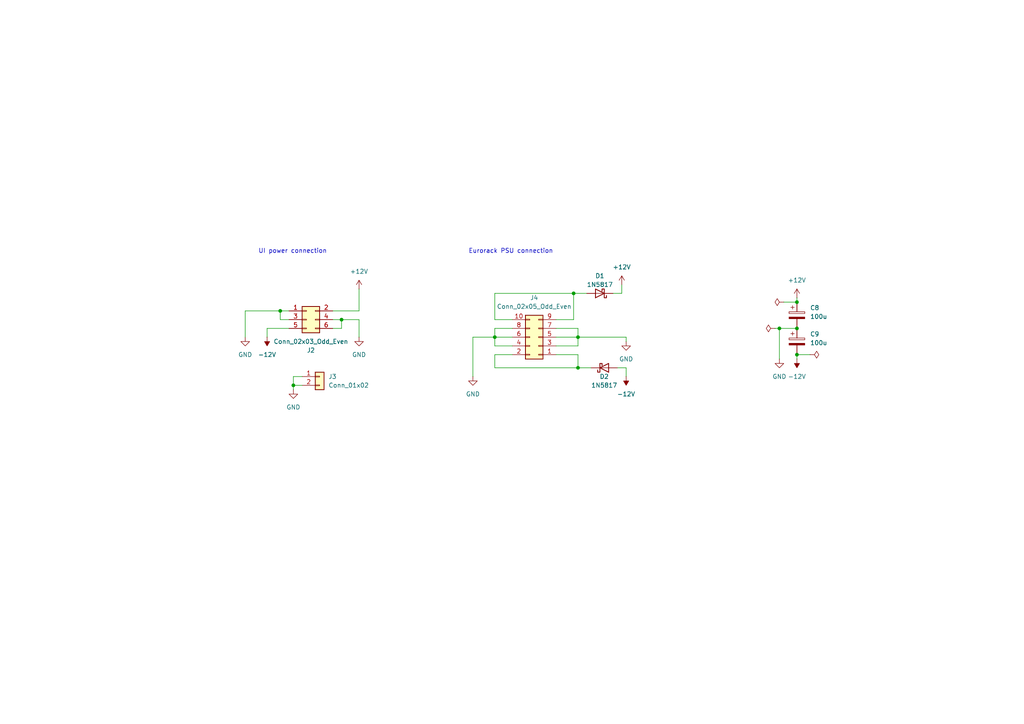
<source format=kicad_sch>
(kicad_sch (version 20250114) (generator "eeschema") (generator_version "9.0")
  (paper "A4")
  (lib_symbols
    (symbol "Connector_Generic:Conn_01x02" (pin_names (offset 1.016) (hide yes))
      (property "Reference" "J" (at 0 2.54 0))
      (property "Value" "Conn_01x02" (at 0 -5.08 0))
      (symbol "Conn_01x02_1_1"
        (rectangle (start -1.27 1.27) (end 1.27 -3.81) (stroke (width 0.254)) (fill (type background)))
        (rectangle (start -1.27 0.127) (end 0 -0.127) (stroke (width 0.1524)))
        (rectangle (start -1.27 -2.413) (end 0 -2.667) (stroke (width 0.1524)))
        (pin passive line (at -5.08 0 0) (length 3.81) (name "Pin_1") (number "1"))
        (pin passive line (at -5.08 -2.54 0) (length 3.81) (name "Pin_2") (number "2"))
      )
    )
    (symbol "Connector_Generic:Conn_02x03_Odd_Even" (pin_names (offset 1.016) (hide yes))
      (property "Reference" "J" (at 1.27 5.08 0))
      (property "Value" "Conn_02x03_Odd_Even" (at 1.27 -5.08 0))
      (symbol "Conn_02x03_Odd_Even_1_1"
        (rectangle (start -1.27 3.81) (end 3.81 -3.81) (stroke (width 0.254)) (fill (type background)))
        (rectangle (start -1.27 2.667) (end 0 2.413) (stroke (width 0.1524)))
        (rectangle (start -1.27 0.127) (end 0 -0.127) (stroke (width 0.1524)))
        (rectangle (start -1.27 -2.413) (end 0 -2.667) (stroke (width 0.1524)))
        (rectangle (start 3.81 2.667) (end 2.54 2.413) (stroke (width 0.1524)))
        (rectangle (start 3.81 0.127) (end 2.54 -0.127) (stroke (width 0.1524)))
        (rectangle (start 3.81 -2.413) (end 2.54 -2.667) (stroke (width 0.1524)))
        (pin passive line (at -5.08 2.54 0) (length 3.81) (name "Pin_1") (number "1"))
        (pin passive line (at -5.08 0 0) (length 3.81) (name "Pin_3") (number "3"))
        (pin passive line (at -5.08 -2.54 0) (length 3.81) (name "Pin_5") (number "5"))
        (pin passive line (at 7.62 2.54 180) (length 3.81) (name "Pin_2") (number "2"))
        (pin passive line (at 7.62 0 180) (length 3.81) (name "Pin_4") (number "4"))
        (pin passive line (at 7.62 -2.54 180) (length 3.81) (name "Pin_6") (number "6"))
      )
    )
    (symbol "Connector_Generic:Conn_02x05_Odd_Even" (pin_names (offset 1.016) (hide yes))
      (property "Reference" "J" (at 1.27 7.62 0))
      (property "Value" "Conn_02x05_Odd_Even" (at 1.27 -7.62 0))
      (symbol "Conn_02x05_Odd_Even_1_1"
        (rectangle (start -1.27 6.35) (end 3.81 -6.35) (stroke (width 0.254)) (fill (type background)))
        (rectangle (start -1.27 5.207) (end 0 4.953) (stroke (width 0.1524)))
        (rectangle (start -1.27 2.667) (end 0 2.413) (stroke (width 0.1524)))
        (rectangle (start -1.27 0.127) (end 0 -0.127) (stroke (width 0.1524)))
        (rectangle (start -1.27 -2.413) (end 0 -2.667) (stroke (width 0.1524)))
        (rectangle (start -1.27 -4.953) (end 0 -5.207) (stroke (width 0.1524)))
        (rectangle (start 3.81 5.207) (end 2.54 4.953) (stroke (width 0.1524)))
        (rectangle (start 3.81 2.667) (end 2.54 2.413) (stroke (width 0.1524)))
        (rectangle (start 3.81 0.127) (end 2.54 -0.127) (stroke (width 0.1524)))
        (rectangle (start 3.81 -2.413) (end 2.54 -2.667) (stroke (width 0.1524)))
        (rectangle (start 3.81 -4.953) (end 2.54 -5.207) (stroke (width 0.1524)))
        (pin passive line (at -5.08 5.08 0) (length 3.81) (name "Pin_1") (number "1"))
        (pin passive line (at -5.08 2.54 0) (length 3.81) (name "Pin_3") (number "3"))
        (pin passive line (at -5.08 0 0) (length 3.81) (name "Pin_5") (number "5"))
        (pin passive line (at -5.08 -2.54 0) (length 3.81) (name "Pin_7") (number "7"))
        (pin passive line (at -5.08 -5.08 0) (length 3.81) (name "Pin_9") (number "9"))
        (pin passive line (at 7.62 5.08 180) (length 3.81) (name "Pin_2") (number "2"))
        (pin passive line (at 7.62 2.54 180) (length 3.81) (name "Pin_4") (number "4"))
        (pin passive line (at 7.62 0 180) (length 3.81) (name "Pin_6") (number "6"))
        (pin passive line (at 7.62 -2.54 180) (length 3.81) (name "Pin_8") (number "8"))
        (pin passive line (at 7.62 -5.08 180) (length 3.81) (name "Pin_10") (number "10"))
      )
    )
    (symbol "Device:C_Polarized" (pin_numbers (hide yes)) (pin_names (offset 0.254))
      (property "Reference" "C" (at 0.635 2.54 0))
      (property "Value" "C_Polarized" (at 0.635 -2.54 0))
      (symbol "C_Polarized_0_1"
        (rectangle (start -2.286 0.508) (end 2.286 1.016))
        (polyline (pts (xy -1.778 2.286) (xy -0.762 2.286)))
        (polyline (pts (xy -1.27 2.794) (xy -1.27 1.778)))
        (rectangle (start 2.286 -0.508) (end -2.286 -1.016) (fill (type outline)))
      )
      (symbol "C_Polarized_1_1"
        (pin passive line (at 0 3.81 270) (length 2.794) (name "~") (number "1"))
        (pin passive line (at 0 -3.81 90) (length 2.794) (name "~") (number "2"))
      )
    )
    (symbol "Device:D_Schottky" (pin_numbers (hide yes)) (pin_names (offset 1.016) (hide yes))
      (property "Reference" "D" (at 0 2.54 0))
      (property "Value" "D_Schottky" (at 0 -2.54 0))
      (symbol "D_Schottky_0_1"
        (polyline (pts (xy -1.905 0.635) (xy -1.905 1.27) (xy -1.27 1.27) (xy -1.27 -1.27) (xy -0.635 -1.27) (xy -0.635 -0.635)) (stroke (width 0.254)))
        (polyline (pts (xy 1.27 1.27) (xy 1.27 -1.27) (xy -1.27 0) (xy 1.27 1.27)) (stroke (width 0.254)))
        (polyline (pts (xy 1.27 0) (xy -1.27 0)))
      )
      (symbol "D_Schottky_1_1"
        (pin passive line (at -3.81 0 0) (length 2.54) (name "K") (number "1"))
        (pin passive line (at 3.81 0 180) (length 2.54) (name "A") (number "2"))
      )
    )
    (symbol "power:+12V" (power) (pin_numbers (hide yes)) (pin_names (offset 0) (hide yes))
      (property "Value" "+12V" (at 0 3.556 0))
      (symbol "+12V_0_1"
        (polyline (pts (xy -0.762 1.27) (xy 0 2.54)))
        (polyline (pts (xy 0 2.54) (xy 0.762 1.27)))
        (polyline (pts (xy 0 0) (xy 0 2.54)))
      )
      (symbol "+12V_1_1"
        (pin power_in line (at 0 0 90) (length 0) (name "~") (number "1"))
      )
    )
    (symbol "power:-12V" (power) (pin_numbers (hide yes)) (pin_names (offset 0) (hide yes))
      (property "Value" "-12V" (at 0 3.556 0))
      (symbol "-12V_0_0"
        (pin power_in line (at 0 0 90) (length 0) (name "~") (number "1"))
      )
      (symbol "-12V_0_1"
        (polyline (pts (xy 0 0) (xy 0 1.27) (xy 0.762 1.27) (xy 0 2.54) (xy -0.762 1.27) (xy 0 1.27)) (fill (type outline)))
      )
    )
    (symbol "power:GND" (power) (pin_numbers (hide yes)) (pin_names (offset 0) (hide yes))
      (property "Value" "GND" (at 0 -3.81 0))
      (symbol "GND_0_1"
        (polyline (pts (xy 0 0) (xy 0 -1.27) (xy 1.27 -1.27) (xy 0 -2.54) (xy -1.27 -1.27) (xy 0 -1.27)))
      )
      (symbol "GND_1_1"
        (pin power_in line (at 0 0 270) (length 0) (name "~") (number "1"))
      )
    )
    (symbol "power:PWR_FLAG" (power) (pin_numbers (hide yes)) (pin_names (offset 0) (hide yes))
      (property "Value" "PWR_FLAG" (at 0 3.81 0))
      (symbol "PWR_FLAG_0_0"
        (pin power_out line (at 0 0 90) (length 0) (name "~") (number "1"))
      )
      (symbol "PWR_FLAG_0_1"
        (polyline (pts (xy 0 0) (xy 0 1.27) (xy -1.016 1.905) (xy 0 2.54) (xy 1.016 1.905) (xy 0 1.27)))
      )
    )
  )
  (text "UI power connection" (at 74.93 73.66 0) (effects (font (size 1.27 1.27)) (justify left bottom)))
  (text "Eurorack PSU connection" (at 135.89 73.66 0) (effects (font (size 1.27 1.27)) (justify left bottom)))
  (junction (at 231.14 87.63))
  (junction (at 231.14 102.87))
  (junction (at 81.28 90.17))
  (junction (at 167.64 106.68))
  (junction (at 226.06 95.25))
  (junction (at 85.09 111.76))
  (junction (at 166.37 85.09))
  (junction (at 143.51 97.79))
  (junction (at 167.64 97.79))
  (junction (at 231.14 95.25))
  (junction (at 99.06 92.71))
  (wire (pts (xy 85.09 111.76) (xy 85.09 113.03)))
  (wire (pts (xy 166.37 92.71) (xy 166.37 85.09)))
  (wire (pts (xy 167.64 100.33) (xy 167.64 97.79)))
  (wire (pts (xy 87.63 109.22) (xy 85.09 109.22)))
  (wire (pts (xy 143.51 92.71) (xy 148.59 92.71)))
  (wire (pts (xy 167.64 97.79) (xy 181.61 97.79)))
  (wire (pts (xy 231.14 86.36) (xy 231.14 87.63)))
  (wire (pts (xy 137.16 109.22) (xy 137.16 97.79)))
  (wire (pts (xy 161.29 92.71) (xy 166.37 92.71)))
  (wire (pts (xy 167.64 102.87) (xy 167.64 106.68)))
  (wire (pts (xy 177.8 85.09) (xy 180.34 85.09)))
  (wire (pts (xy 167.64 97.79) (xy 167.64 95.25)))
  (wire (pts (xy 104.14 92.71) (xy 99.06 92.71)))
  (wire (pts (xy 81.28 92.71) (xy 81.28 90.17)))
  (wire (pts (xy 96.52 95.25) (xy 99.06 95.25)))
  (wire (pts (xy 167.64 95.25) (xy 161.29 95.25)))
  (wire (pts (xy 85.09 111.76) (xy 87.63 111.76)))
  (wire (pts (xy 143.51 102.87) (xy 143.51 106.68)))
  (wire (pts (xy 143.51 100.33) (xy 148.59 100.33)))
  (wire (pts (xy 143.51 106.68) (xy 167.64 106.68)))
  (wire (pts (xy 234.95 102.87) (xy 231.14 102.87)))
  (wire (pts (xy 83.82 95.25) (xy 77.47 95.25)))
  (wire (pts (xy 71.12 90.17) (xy 81.28 90.17)))
  (wire (pts (xy 143.51 85.09) (xy 166.37 85.09)))
  (wire (pts (xy 71.12 97.79) (xy 71.12 90.17)))
  (wire (pts (xy 226.06 95.25) (xy 231.14 95.25)))
  (wire (pts (xy 227.33 87.63) (xy 231.14 87.63)))
  (wire (pts (xy 99.06 92.71) (xy 96.52 92.71)))
  (wire (pts (xy 137.16 97.79) (xy 143.51 97.79)))
  (wire (pts (xy 143.51 102.87) (xy 148.59 102.87)))
  (wire (pts (xy 143.51 95.25) (xy 148.59 95.25)))
  (wire (pts (xy 104.14 83.82) (xy 104.14 90.17)))
  (wire (pts (xy 83.82 92.71) (xy 81.28 92.71)))
  (wire (pts (xy 143.51 97.79) (xy 143.51 100.33)))
  (wire (pts (xy 170.18 85.09) (xy 166.37 85.09)))
  (wire (pts (xy 226.06 104.14) (xy 226.06 95.25)))
  (wire (pts (xy 104.14 90.17) (xy 96.52 90.17)))
  (wire (pts (xy 143.51 85.09) (xy 143.51 92.71)))
  (wire (pts (xy 99.06 95.25) (xy 99.06 92.71)))
  (wire (pts (xy 167.64 106.68) (xy 171.45 106.68)))
  (wire (pts (xy 104.14 97.79) (xy 104.14 92.71)))
  (wire (pts (xy 181.61 99.06) (xy 181.61 97.79)))
  (wire (pts (xy 161.29 102.87) (xy 167.64 102.87)))
  (wire (pts (xy 81.28 90.17) (xy 83.82 90.17)))
  (wire (pts (xy 143.51 97.79) (xy 143.51 95.25)))
  (wire (pts (xy 181.61 106.68) (xy 181.61 109.22)))
  (wire (pts (xy 77.47 97.79) (xy 77.47 95.25)))
  (wire (pts (xy 179.07 106.68) (xy 181.61 106.68)))
  (wire (pts (xy 224.79 95.25) (xy 226.06 95.25)))
  (wire (pts (xy 231.14 102.87) (xy 231.14 104.14)))
  (wire (pts (xy 180.34 82.55) (xy 180.34 85.09)))
  (wire (pts (xy 161.29 97.79) (xy 167.64 97.79)))
  (wire (pts (xy 161.29 100.33) (xy 167.64 100.33)))
  (wire (pts (xy 85.09 109.22) (xy 85.09 111.76)))
  (wire (pts (xy 143.51 97.79) (xy 148.59 97.79)))
  (symbol (lib_id "power:+12V") (at 104.14 83.82 0) (mirror y) (unit 1)
    (property "Reference" "#PWR013" (effects (hide yes)))
    (property "Value" "+12V" (at 104.14 78.74 0))
    (property "Description" "Power symbol creates a global label with name \"+12V\"" (effects (hide yes)))
  )
  (symbol (lib_id "Device:C_Polarized") (at 231.14 91.44 0) (unit 1)
    (property "Reference" "C8" (at 234.95 89.281 0) (effects (justify left)))
    (property "Value" "100u" (at 234.95 91.821 0) (effects (justify left)))
    (property "Footprint" "Capacitor_SMD:CP_Elec_6.3x7.7" (effects (hide yes)))
    (property "LCSC" "C2836437" (effects (hide yes)))
    (property "Vendor" "JLCPCB" (effects (hide yes)))
    (property "FT Rotation Offset" "180" (effects (hide yes)))
    (property "CHECKED" "YES" (effects (hide yes)))
  )
  (symbol (lib_id "power:GND") (at 137.16 109.22 0) (unit 1)
    (property "Reference" "#PWR015" (effects (hide yes)))
    (property "Value" "GND" (at 137.16 114.3 0))
    (property "Description" "Power symbol creates a global label with name \"GND\" , ground" (effects (hide yes)))
  )
  (symbol (lib_id "Device:D_Schottky") (at 175.26 106.68 0) (mirror x) (unit 1)
    (property "Reference" "D2" (at 175.26 109.22 0))
    (property "Value" "1N5817" (at 175.26 111.76 0))
    (property "Footprint" "Diode_SMD:D_SOD-323" (effects (hide yes)))
    (property "Description" "Schottky diode" (effects (hide yes)))
    (property "Vendor" "JLCPCB" (effects (hide yes)))
    (property "LCSC" "C5190152" (effects (hide yes)))
    (property "CHECKED" "YES" (effects (hide yes)))
  )
  (symbol (lib_id "power:GND") (at 181.61 99.06 0) (unit 1)
    (property "Reference" "#PWR017" (effects (hide yes)))
    (property "Value" "GND" (at 181.61 104.14 0))
    (property "Description" "Power symbol creates a global label with name \"GND\" , ground" (effects (hide yes)))
  )
  (symbol (lib_id "power:-12V") (at 77.47 97.79 0) (mirror x) (unit 1)
    (property "Reference" "#PWR011" (effects (hide yes)))
    (property "Value" "-12V" (at 77.47 102.87 0))
    (property "Description" "Power symbol creates a global label with name \"-12V\"" (effects (hide yes)))
  )
  (symbol (lib_id "power:PWR_FLAG") (at 227.33 87.63 90) (unit 1)
    (property "Reference" "#FLG02" (effects (hide yes)))
    (property "Value" "PWR_FLAG" (effects (hide yes)))
    (property "Description" "Special symbol for telling ERC where power comes from" (effects (hide yes)))
  )
  (symbol (lib_id "Connector_Generic:Conn_02x03_Odd_Even") (at 88.9 92.71 0) (unit 1)
    (property "Reference" "J2" (at 90.17 101.6 0))
    (property "Value" "Conn_02x03_Odd_Even" (at 90.17 99.06 0))
    (property "Footprint" "Connector_PinHeader_2.54mm:PinHeader_2x03_P2.54mm_Vertical" (effects (hide yes)))
    (property "Description" "Generic connector, double row, 02x03, odd/even pin numbering scheme (row 1 odd numbers, row 2 even numbers), script generated (kicad-library-utils/schlib/autogen/connector/)" (effects (hide yes)))
    (property "Vendor" "Mouser" (effects (hide yes)))
  )
  (symbol (lib_id "power:GND") (at 226.06 104.14 0) (unit 1)
    (property "Reference" "#PWR019" (effects (hide yes)))
    (property "Value" "GND" (at 226.06 109.22 0))
    (property "Description" "Power symbol creates a global label with name \"GND\" , ground" (effects (hide yes)))
  )
  (symbol (lib_id "power:-12V") (at 181.61 109.22 180) (unit 1)
    (property "Reference" "#PWR018" (effects (hide yes)))
    (property "Value" "-12V" (at 181.61 114.3 0))
    (property "Description" "Power symbol creates a global label with name \"-12V\"" (effects (hide yes)))
  )
  (symbol (lib_id "Device:C_Polarized") (at 231.14 99.06 0) (unit 1)
    (property "Reference" "C9" (at 234.95 96.901 0) (effects (justify left)))
    (property "Value" "100u" (at 234.95 99.441 0) (effects (justify left)))
    (property "Footprint" "Capacitor_SMD:CP_Elec_6.3x7.7" (effects (hide yes)))
    (property "LCSC" "C2836437" (effects (hide yes)))
    (property "Vendor" "JLCPCB" (effects (hide yes)))
    (property "FT Rotation Offset" "180" (effects (hide yes)))
    (property "CHECKED" "YES" (effects (hide yes)))
  )
  (symbol (lib_id "power:PWR_FLAG") (at 224.79 95.25 90) (unit 1)
    (property "Reference" "#FLG01" (effects (hide yes)))
    (property "Value" "PWR_FLAG" (effects (hide yes)))
    (property "Description" "Special symbol for telling ERC where power comes from" (effects (hide yes)))
  )
  (symbol (lib_id "power:GND") (at 71.12 97.79 0) (mirror y) (unit 1)
    (property "Reference" "#PWR010" (effects (hide yes)))
    (property "Value" "GND" (at 71.12 102.87 0))
    (property "Description" "Power symbol creates a global label with name \"GND\" , ground" (effects (hide yes)))
  )
  (symbol (lib_id "Connector_Generic:Conn_02x05_Odd_Even") (at 156.21 97.79 180) (unit 1)
    (property "Reference" "J4" (at 154.94 86.36 0))
    (property "Value" "Conn_02x05_Odd_Even" (at 154.94 88.9 0))
    (property "Footprint" "Connector_IDC:IDC-Header_2x05_P2.54mm_Horizontal" (effects (hide yes)))
    (property "Description" "Generic connector, double row, 02x05, odd/even pin numbering scheme (row 1 odd numbers, row 2 even numbers), script generated (kicad-library-utils/schlib/autogen/connector/)" (effects (hide yes)))
    (property "Vendor" "Mouser" (effects (hide yes)))
  )
  (symbol (lib_id "power:+12V") (at 231.14 86.36 0) (unit 1)
    (property "Reference" "#PWR020" (effects (hide yes)))
    (property "Value" "+12V" (at 231.14 81.28 0))
    (property "Description" "Power symbol creates a global label with name \"+12V\"" (effects (hide yes)))
  )
  (symbol (lib_id "Device:D_Schottky") (at 173.99 85.09 180) (unit 1)
    (property "Reference" "D1" (at 173.99 80.01 0))
    (property "Value" "1N5817" (at 173.99 82.55 0))
    (property "Footprint" "Diode_SMD:D_SOD-323" (effects (hide yes)))
    (property "Description" "Schottky diode" (effects (hide yes)))
    (property "Vendor" "JLCPCB" (effects (hide yes)))
    (property "LCSC" "C5190152" (effects (hide yes)))
    (property "CHECKED" "YES" (effects (hide yes)))
  )
  (symbol (lib_id "power:+12V") (at 180.34 82.55 0) (unit 1)
    (property "Reference" "#PWR016" (effects (hide yes)))
    (property "Value" "+12V" (at 180.34 77.47 0))
    (property "Description" "Power symbol creates a global label with name \"+12V\"" (effects (hide yes)))
  )
  (symbol (lib_id "Connector_Generic:Conn_01x02") (at 92.71 109.22 0) (unit 1)
    (property "Reference" "J3" (at 95.25 109.2199 0) (effects (justify left)))
    (property "Value" "Conn_01x02" (at 95.25 111.7599 0) (effects (justify left)))
    (property "Footprint" "Connector_PinHeader_2.54mm:PinHeader_1x02_P2.54mm_Vertical" (effects (hide yes)))
    (property "Description" "Generic connector, single row, 01x02, script generated (kicad-library-utils/schlib/autogen/connector/)" (effects (hide yes)))
    (property "Vendor" "Mouser" (effects (hide yes)))
  )
  (symbol (lib_id "power:GND") (at 85.09 113.03 0) (unit 1)
    (property "Reference" "#PWR012" (effects (hide yes)))
    (property "Value" "GND" (at 85.09 118.11 0))
    (property "Description" "Power symbol creates a global label with name \"GND\" , ground" (effects (hide yes)))
  )
  (symbol (lib_id "power:-12V") (at 231.14 104.14 180) (unit 1)
    (property "Reference" "#PWR021" (effects (hide yes)))
    (property "Value" "-12V" (at 231.14 109.22 0))
    (property "Description" "Power symbol creates a global label with name \"-12V\"" (effects (hide yes)))
  )
  (symbol (lib_id "power:PWR_FLAG") (at 234.95 102.87 270) (unit 1)
    (property "Reference" "#FLG03" (effects (hide yes)))
    (property "Value" "PWR_FLAG" (effects (hide yes)))
    (property "Description" "Special symbol for telling ERC where power comes from" (effects (hide yes)))
  )
  (symbol (lib_id "power:GND") (at 104.14 97.79 0) (mirror y) (unit 1)
    (property "Reference" "#PWR014" (effects (hide yes)))
    (property "Value" "GND" (at 104.14 102.87 0))
    (property "Description" "Power symbol creates a global label with name \"GND\" , ground" (effects (hide yes)))
  )
)
</source>
